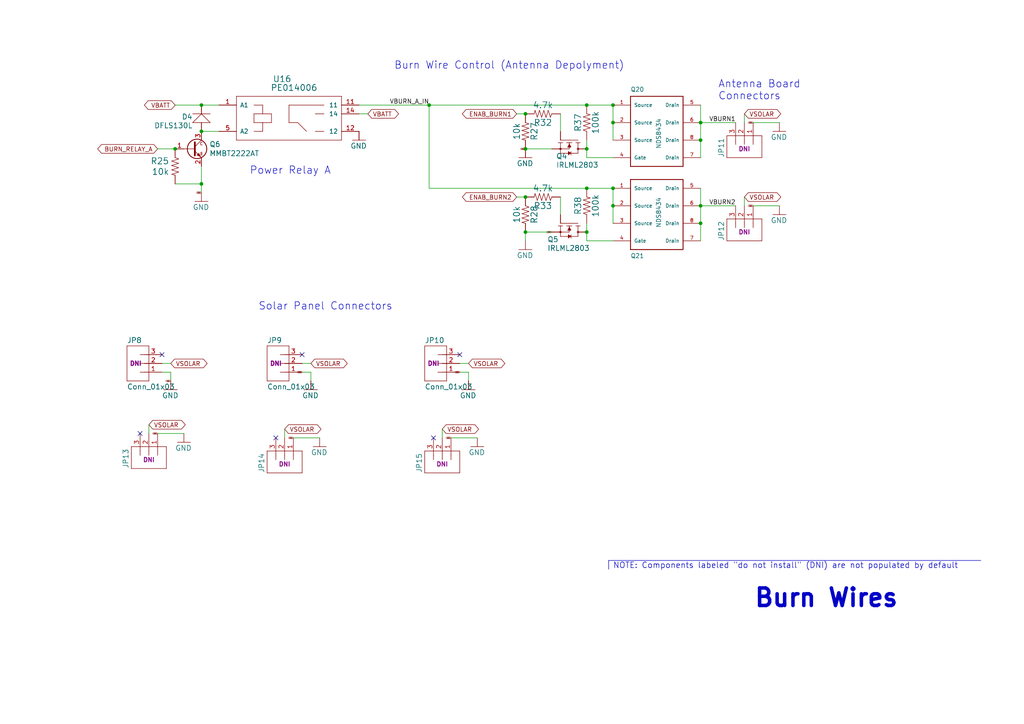
<source format=kicad_sch>
(kicad_sch (version 20230121) (generator eeschema)
  (paper "A4")
  (title_block (title "PyCubed Mainboard") (date "2021-06-09") (rev "v05c") (company "Max Holliday"))
  (lib_symbols
    (symbol "NDS8434_1" (pin_names (offset 1.016))
      (symbol "NDS8434_1_0_0"
        (polyline (pts (xy -7.62 -10.16) (xy -7.62 10.16)) (stroke (width 0.254)))
        (polyline (pts (xy -7.62 10.16) (xy 7.62 10.16)) (stroke (width 0.254)))
        (polyline (pts (xy 7.62 -10.16) (xy -7.62 -10.16)) (stroke (width 0.254)))
        (polyline (pts (xy 7.62 10.16) (xy 7.62 -10.16)) (stroke (width 0.254)))
        (pin bidirectional line (at -12.7 7.62 0) (length 5.08) (name "Source") (number "1"))
        (pin bidirectional line (at -12.7 2.54 0) (length 5.08) (name "Source") (number "2"))
        (pin bidirectional line (at -12.7 -2.54 0) (length 5.08) (name "Source") (number "3"))
        (pin bidirectional line (at -12.7 -7.62 0) (length 5.08) (name "Gate") (number "4"))
        (pin bidirectional line (at 12.7 7.62 180) (length 5.08) (name "Drain") (number "5"))
        (pin bidirectional line (at 12.7 2.54 180) (length 5.08) (name "Drain") (number "6"))
        (pin bidirectional line (at 12.7 -7.62 180) (length 5.08) (name "Drain") (number "7"))
        (pin bidirectional line (at 12.7 -2.54 180) (length 5.08) (name "Drain") (number "8"))
      )
    )
    (symbol "NDS8434_2" (pin_names (offset 1.016))
      (symbol "NDS8434_2_0_0"
        (polyline (pts (xy -7.62 -10.16) (xy -7.62 10.16)) (stroke (width 0.254)))
        (polyline (pts (xy -7.62 10.16) (xy 7.62 10.16)) (stroke (width 0.254)))
        (polyline (pts (xy 7.62 -10.16) (xy -7.62 -10.16)) (stroke (width 0.254)))
        (polyline (pts (xy 7.62 10.16) (xy 7.62 -10.16)) (stroke (width 0.254)))
        (pin bidirectional line (at -12.7 7.62 0) (length 5.08) (name "Source") (number "1"))
        (pin bidirectional line (at -12.7 2.54 0) (length 5.08) (name "Source") (number "2"))
        (pin bidirectional line (at -12.7 -2.54 0) (length 5.08) (name "Source") (number "3"))
        (pin bidirectional line (at -12.7 -7.62 0) (length 5.08) (name "Gate") (number "4"))
        (pin bidirectional line (at 12.7 7.62 180) (length 5.08) (name "Drain") (number "5"))
        (pin bidirectional line (at 12.7 2.54 180) (length 5.08) (name "Drain") (number "6"))
        (pin bidirectional line (at 12.7 -7.62 180) (length 5.08) (name "Drain") (number "7"))
        (pin bidirectional line (at 12.7 -2.54 180) (length 5.08) (name "Drain") (number "8"))
      )
    )
    (symbol "NDS8434_3" (pin_names (offset 1.016))
      (symbol "NDS8434_3_0_0"
        (polyline (pts (xy -7.62 -10.16) (xy -7.62 10.16)) (stroke (width 0.254)))
        (polyline (pts (xy -7.62 10.16) (xy 7.62 10.16)) (stroke (width 0.254)))
        (polyline (pts (xy 7.62 -10.16) (xy -7.62 -10.16)) (stroke (width 0.254)))
        (polyline (pts (xy 7.62 10.16) (xy 7.62 -10.16)) (stroke (width 0.254)))
        (pin bidirectional line (at -12.7 7.62 0) (length 5.08) (name "Source") (number "1"))
        (pin bidirectional line (at -12.7 2.54 0) (length 5.08) (name "Source") (number "2"))
        (pin bidirectional line (at -12.7 -2.54 0) (length 5.08) (name "Source") (number "3"))
        (pin bidirectional line (at -12.7 -7.62 0) (length 5.08) (name "Gate") (number "4"))
        (pin bidirectional line (at 12.7 7.62 180) (length 5.08) (name "Drain") (number "5"))
        (pin bidirectional line (at 12.7 2.54 180) (length 5.08) (name "Drain") (number "6"))
        (pin bidirectional line (at 12.7 -7.62 180) (length 5.08) (name "Drain") (number "7"))
        (pin bidirectional line (at 12.7 -2.54 180) (length 5.08) (name "Drain") (number "8"))
      )
    )
    (symbol "NDS8434_4" (pin_names (offset 1.016))
      (symbol "NDS8434_4_0_0"
        (polyline (pts (xy -7.62 -10.16) (xy -7.62 10.16)) (stroke (width 0.254)))
        (polyline (pts (xy -7.62 10.16) (xy 7.62 10.16)) (stroke (width 0.254)))
        (polyline (pts (xy 7.62 -10.16) (xy -7.62 -10.16)) (stroke (width 0.254)))
        (polyline (pts (xy 7.62 10.16) (xy 7.62 -10.16)) (stroke (width 0.254)))
        (pin bidirectional line (at -12.7 7.62 0) (length 5.08) (name "Source") (number "1"))
        (pin bidirectional line (at -12.7 2.54 0) (length 5.08) (name "Source") (number "2"))
        (pin bidirectional line (at -12.7 -2.54 0) (length 5.08) (name "Source") (number "3"))
        (pin bidirectional line (at -12.7 -7.62 0) (length 5.08) (name "Gate") (number "4"))
        (pin bidirectional line (at 12.7 7.62 180) (length 5.08) (name "Drain") (number "5"))
        (pin bidirectional line (at 12.7 2.54 180) (length 5.08) (name "Drain") (number "6"))
        (pin bidirectional line (at 12.7 -7.62 180) (length 5.08) (name "Drain") (number "7"))
        (pin bidirectional line (at 12.7 -2.54 180) (length 5.08) (name "Drain") (number "8"))
      )
    )
    (symbol "mainboard:DFLS130L" (pin_names (offset 1.016))
      (property "Reference" "D" (at 0 2.54 0))
      (property "Value" "DFLS130L" (at 0 -5.08 0))
      (symbol "DFLS130L_1_0"
        (polyline (pts (xy 0 -2.54) (xy 2.54 0)))
        (polyline (pts (xy 0 2.54) (xy 0 -2.54)))
        (polyline (pts (xy 2.54 0) (xy 0 2.54)))
        (polyline (pts (xy 2.54 2.54) (xy 2.54 -2.54)))
        (pin bidirectional line (at -2.54 0 0) (length 2.54) (name "A") (number "A"))
        (pin bidirectional line (at 5.08 0 180) (length 2.54) (name "C") (number "C"))
      )
    )
    (symbol "mainboard:GND" (power) (pin_names (offset 1.016))
      (property "Value" "GND" (at -2.54 -2.54 0))
      (symbol "GND_1_0"
        (polyline (pts (xy -1.905 0) (xy 1.905 0)))
        (pin power_in line (at 0 2.54 270) (length 2.54) (name "GND") (number "1"))
      )
    )
    (symbol "mainboard:IRLML2803TRPBF" (pin_names (offset 1.016))
      (property "Reference" "Q" (at -11.43 1.27 0))
      (property "Value" "IRLML2803TRPBF" (at -11.43 3.81 0))
      (symbol "IRLML2803TRPBF_1_0"
        (polyline (pts (xy 0 2.54) (xy 0 -2.54)))
        (polyline (pts (xy 0.762 -2.54) (xy 0.762 -3.175)))
        (polyline (pts (xy 0.762 -1.905) (xy 0.762 -2.54)))
        (polyline (pts (xy 0.762 0) (xy 0.762 -0.762)))
        (polyline (pts (xy 0.762 0) (xy 2.54 0)))
        (polyline (pts (xy 0.762 0.762) (xy 0.762 0)))
        (polyline (pts (xy 0.762 2.54) (xy 0.762 1.905)))
        (polyline (pts (xy 0.762 2.54) (xy 3.81 2.54)))
        (polyline (pts (xy 0.762 3.175) (xy 0.762 2.54)))
        (polyline (pts (xy 2.54 -2.54) (xy 0.762 -2.54)))
        (polyline (pts (xy 2.54 -2.54) (xy 3.81 -2.54)))
        (polyline (pts (xy 2.54 0) (xy 2.54 -2.54)))
        (polyline (pts (xy 3.302 0.508) (xy 3.81 0.508)))
        (polyline (pts (xy 3.81 -0.508) (xy 3.81 -2.54)))
        (polyline (pts (xy 3.81 0.508) (xy 3.81 -0.508)))
        (polyline (pts (xy 3.81 0.508) (xy 4.318 0.508)))
        (polyline (pts (xy 3.81 2.54) (xy 3.81 0.508)))
        (polyline (pts (xy 1.016 0) (xy 2.032 0.508) (xy 2.032 -0.508)) (fill (type outline)))
        (polyline (pts (xy 3.81 0.508) (xy 3.302 -0.254) (xy 4.318 -0.254)) (fill (type outline)))
        (circle (center 2.54 -2.54) (radius 0.254))
        (circle (center 2.54 2.54) (radius 0.254))
        (pin passive line (at -2.54 -2.54 0) (length 2.54) (name "G") (number "1"))
        (pin passive line (at 2.54 -5.08 90) (length 2.54) (name "S") (number "2"))
        (pin passive line (at 2.54 5.08 270) (length 2.54) (name "D") (number "3"))
      )
    )
    (symbol "mainboard:M03POLAR_LOCK" (pin_names (offset 1.016))
      (property "Reference" "JP" (at -2.54 5.842 0))
      (property "Value" "M03POLAR_LOCK" (at -2.54 -7.62 0))
      (symbol "M03POLAR_LOCK_1_0"
        (polyline (pts (xy -2.54 5.08) (xy -2.54 -5.08)))
        (polyline (pts (xy -2.54 5.08) (xy 3.81 5.08)))
        (polyline (pts (xy 1.27 -2.54) (xy 2.54 -2.54)))
        (polyline (pts (xy 1.27 0) (xy 2.54 0)))
        (polyline (pts (xy 1.27 2.54) (xy 2.54 2.54)))
        (polyline (pts (xy 3.81 -5.08) (xy -2.54 -5.08)))
        (polyline (pts (xy 3.81 -5.08) (xy 3.81 5.08)))
        (pin passive line (at 7.62 -2.54 180) (length 5.08) (name "1") (number "1"))
        (pin passive line (at 7.62 0 180) (length 5.08) (name "2") (number "2"))
        (pin passive line (at 7.62 2.54 180) (length 5.08) (name "3") (number "3"))
      )
    )
    (symbol "mainboard:MMBT2222AT" (pin_names (offset 1.016) hide)
      (property "Reference" "Q" (at -8.89 3.81 0))
      (property "Value" "MMBT2222AT" (at 2.54 -1.27 0))
      (symbol "MMBT2222AT_0_1"
        (polyline (pts (xy -5.08 0) (xy -1.905 0)))
        (polyline (pts (xy -0.127 -1.397) (xy 0.254 -1.397)))
        (polyline (pts (xy -0.127 -1.016) (xy 0.254 -1.016)))
        (polyline (pts (xy -0.127 -1.016) (xy -0.127 -1.778) (xy 0.254 -1.778)))
        (polyline (pts (xy 0.254 1.905) (xy -0.127 1.905) (xy -0.254 1.651) (xy -0.254 1.397) (xy -0.127 1.143) (xy 0.254 1.143)))
      )
      (symbol "MMBT2222AT_1_1"
        (circle (center -1.27 0) (radius 2.8194) (stroke (width 0.254)))
        (polyline (pts (xy -1.905 0.635) (xy 0 2.54)))
        (polyline (pts (xy -1.905 -0.635) (xy 0 -2.54) (xy 0 -2.54)))
        (polyline (pts (xy -1.905 1.905) (xy -1.905 -1.905) (xy -1.905 -1.905)) (stroke (width 0.508)))
        (polyline (pts (xy -1.27 -1.778) (xy -0.762 -1.27) (xy -0.254 -2.286) (xy -1.27 -1.778) (xy -1.27 -1.778)) (fill (type outline)))
        (pin input line (at -7.62 0 0) (length 2.54) (name "B") (number "1"))
        (pin passive line (at 0 -5.08 90) (length 2.54) (name "E") (number "2"))
        (pin passive line (at 0 5.08 270) (length 2.54) (name "C") (number "3"))
      )
    )
    (symbol "mainboard:PE014005" (pin_names (offset 1.016))
      (property "Reference" "U" (at -2.1844 9.1186 0))
      (property "Value" "PE014005" (at -2.8194 6.5786 0))
      (symbol "PE014005_1_0"
        (polyline (pts (xy -12.7 -7.62) (xy 17.78 -7.62)))
        (polyline (pts (xy -12.7 5.08) (xy -12.7 -7.62)))
        (polyline (pts (xy -7.62 -2.54) (xy -7.62 0)))
        (polyline (pts (xy -7.62 0) (xy -5.08 0)))
        (polyline (pts (xy -7.62 2.54) (xy -5.08 2.54)))
        (polyline (pts (xy -5.08 -5.08) (xy -7.62 -5.08)))
        (polyline (pts (xy -5.08 -2.54) (xy -7.62 -2.54)))
        (polyline (pts (xy -5.08 -2.54) (xy -5.08 -5.08)))
        (polyline (pts (xy -5.08 0) (xy -2.54 0)))
        (polyline (pts (xy -5.08 2.54) (xy -5.08 0)))
        (polyline (pts (xy -2.54 -2.54) (xy -5.08 -2.54)))
        (polyline (pts (xy -2.54 0) (xy -2.54 -2.54)))
        (polyline (pts (xy 2.54 -2.54) (xy 5.08 -2.54)))
        (polyline (pts (xy 2.54 2.54) (xy 2.54 -2.54)))
        (polyline (pts (xy 5.08 -2.54) (xy 7.62 -5.08)))
        (polyline (pts (xy 12.7 -5.08) (xy 10.16 -5.08)))
        (polyline (pts (xy 12.7 0) (xy 10.16 0)))
        (polyline (pts (xy 12.7 2.54) (xy 2.54 2.54)))
        (polyline (pts (xy 17.78 -7.62) (xy 17.78 5.08)))
        (polyline (pts (xy 17.78 5.08) (xy -12.7 5.08)))
        (pin passive line (at -17.78 2.54 0) (length 5.08) (name "A1") (number "1"))
        (pin passive line (at 22.86 2.54 180) (length 5.08) (name "11") (number "11"))
        (pin passive line (at 22.86 -5.08 180) (length 5.08) (name "12") (number "12"))
        (pin passive line (at 22.86 0 180) (length 5.08) (name "14") (number "14"))
        (pin passive line (at -17.78 -5.08 0) (length 5.08) (name "A2") (number "5"))
      )
    )
    (symbol "mainboard:RESISTOR0603" (pin_names (offset 1.016))
      (property "Reference" "R" (at 0 1.524 0))
      (property "Value" "RESISTOR0603" (at 0 -1.524 0))
      (symbol "RESISTOR0603_1_0"
        (polyline (pts (xy -2.54 0) (xy -2.159 1.016)))
        (polyline (pts (xy -2.159 1.016) (xy -1.524 -1.016)))
        (polyline (pts (xy -1.524 -1.016) (xy -0.889 1.016)))
        (polyline (pts (xy -0.889 1.016) (xy -0.254 -1.016)))
        (polyline (pts (xy -0.254 -1.016) (xy 0.381 1.016)))
        (polyline (pts (xy 0.381 1.016) (xy 1.016 -1.016)))
        (polyline (pts (xy 1.016 -1.016) (xy 1.651 1.016)))
        (polyline (pts (xy 1.651 1.016) (xy 2.286 -1.016)))
        (polyline (pts (xy 2.286 -1.016) (xy 2.54 0)))
        (pin passive line (at -5.08 0 0) (length 2.54) (name "1") (number "1"))
        (pin passive line (at 5.08 0 180) (length 2.54) (name "2") (number "2"))
      )
    )
  )
  (junction (at 177.8 30.48))
  (junction (at 170.18 54.61))
  (junction (at 58.42 30.48))
  (junction (at 152.4 57.15))
  (junction (at 170.18 30.48))
  (junction (at 152.4 43.18))
  (junction (at 58.42 38.1))
  (junction (at 58.42 53.34))
  (junction (at 177.8 59.69))
  (junction (at 124.46 30.48))
  (junction (at 203.2 35.56))
  (junction (at 170.18 67.31))
  (junction (at 203.2 64.77))
  (junction (at 152.4 67.31))
  (junction (at 203.2 59.69))
  (junction (at 170.18 43.18))
  (junction (at 177.8 54.61))
  (junction (at 177.8 35.56))
  (junction (at 203.2 40.64))
  (junction (at 50.8 43.18))
  (junction (at 152.4 33.02))
  (no_connect (at 80.01 127))
  (no_connect (at 87.63 102.87))
  (no_connect (at 125.73 127))
  (no_connect (at 40.64 125.73))
  (no_connect (at 133.35 102.87))
  (no_connect (at 46.99 102.87))
  (wire (pts (xy 133.35 107.95) (xy 135.89 107.95)))
  (wire (pts (xy 203.2 69.85) (xy 203.2 64.77)))
  (wire (pts (xy 58.42 30.48) (xy 50.8 30.48)))
  (wire (pts (xy 177.8 40.64) (xy 177.8 35.56)))
  (wire (pts (xy 46.99 105.41) (xy 49.53 105.41)))
  (wire (pts (xy 104.14 33.02) (xy 106.68 33.02)))
  (wire (pts (xy 170.18 69.85) (xy 170.18 67.31)))
  (polyline (pts (xy 176.53 165.1) (xy 176.53 162.56)))
  (wire (pts (xy 58.42 53.34) (xy 58.42 48.26)))
  (wire (pts (xy 135.89 105.41) (xy 133.35 105.41)))
  (wire (pts (xy 203.2 30.48) (xy 203.2 35.56)))
  (wire (pts (xy 170.18 54.61) (xy 124.46 54.61)))
  (wire (pts (xy 90.17 105.41) (xy 87.63 105.41)))
  (wire (pts (xy 203.2 35.56) (xy 213.36 35.56)))
  (wire (pts (xy 152.4 33.02) (xy 149.86 33.02)))
  (wire (pts (xy 43.18 123.19) (xy 43.18 125.73)))
  (wire (pts (xy 218.44 35.56) (xy 226.06 35.56)))
  (wire (pts (xy 203.2 40.64) (xy 203.2 45.72)))
  (wire (pts (xy 170.18 30.48) (xy 177.8 30.48)))
  (wire (pts (xy 85.09 127) (xy 92.71 127)))
  (wire (pts (xy 58.42 38.1) (xy 63.5 38.1)))
  (wire (pts (xy 50.8 53.34) (xy 58.42 53.34)))
  (wire (pts (xy 177.8 59.69) (xy 177.8 54.61)))
  (wire (pts (xy 135.89 107.95) (xy 135.89 110.49)))
  (wire (pts (xy 162.56 38.1) (xy 162.56 33.02)))
  (wire (pts (xy 45.72 125.73) (xy 53.34 125.73)))
  (wire (pts (xy 104.14 30.48) (xy 124.46 30.48)))
  (wire (pts (xy 160.02 67.31) (xy 152.4 67.31)))
  (wire (pts (xy 215.9 57.15) (xy 215.9 59.69)))
  (wire (pts (xy 215.9 35.56) (xy 215.9 33.02)))
  (wire (pts (xy 170.18 64.77) (xy 170.18 67.31)))
  (wire (pts (xy 63.5 30.48) (xy 58.42 30.48)))
  (wire (pts (xy 128.27 127) (xy 128.27 124.46)))
  (wire (pts (xy 90.17 107.95) (xy 90.17 110.49)))
  (wire (pts (xy 203.2 59.69) (xy 203.2 54.61)))
  (wire (pts (xy 177.8 69.85) (xy 170.18 69.85)))
  (wire (pts (xy 203.2 35.56) (xy 203.2 40.64)))
  (wire (pts (xy 170.18 30.48) (xy 124.46 30.48)))
  (wire (pts (xy 170.18 45.72) (xy 170.18 43.18)))
  (wire (pts (xy 124.46 30.48) (xy 124.46 54.61)))
  (wire (pts (xy 87.63 107.95) (xy 90.17 107.95)))
  (wire (pts (xy 58.42 55.88) (xy 58.42 53.34)))
  (wire (pts (xy 170.18 40.64) (xy 170.18 43.18)))
  (wire (pts (xy 177.8 35.56) (xy 177.8 30.48)))
  (wire (pts (xy 203.2 64.77) (xy 203.2 59.69)))
  (wire (pts (xy 152.4 57.15) (xy 149.86 57.15)))
  (wire (pts (xy 177.8 54.61) (xy 170.18 54.61)))
  (wire (pts (xy 152.4 67.31) (xy 152.4 69.85)))
  (wire (pts (xy 203.2 59.69) (xy 213.36 59.69)))
  (wire (pts (xy 152.4 43.18) (xy 160.02 43.18)))
  (wire (pts (xy 218.44 59.69) (xy 226.06 59.69)))
  (wire (pts (xy 45.72 43.18) (xy 50.8 43.18)))
  (wire (pts (xy 177.8 64.77) (xy 177.8 59.69)))
  (wire (pts (xy 162.56 62.23) (xy 162.56 57.15)))
  (wire (pts (xy 130.81 127) (xy 138.43 127)))
  (wire (pts (xy 82.55 127) (xy 82.55 124.46)))
  (wire (pts (xy 49.53 110.49) (xy 49.53 107.95)))
  (polyline (pts (xy 176.53 162.56) (xy 284.48 162.56)))
  (wire (pts (xy 177.8 45.72) (xy 170.18 45.72)))
  (wire (pts (xy 49.53 107.95) (xy 46.99 107.95)))
  (text "Antenna Board\nConnectors" (at 208.28 29.21 0) (effects (font (size 2.159 2.159)) (justify left bottom)))
  (text "Solar Panel Connectors" (at 74.93 90.17 0) (effects (font (size 2.159 2.159)) (justify left bottom)))
  (text "Burn Wires" (at 218.44 176.53 0) (effects (font (size 5.08 5.08) (thickness 1.016) bold) (justify left bottom)))
  (text "Power Relay A" (at 72.39 50.8 0) (effects (font (size 2.159 2.159)) (justify left bottom)))
  (text "NOTE: Components labeled \"do not install\" (DNI) are not populated by default" (at 177.8 165.1 0) (effects (font (size 1.651 1.651)) (justify left bottom)))
  (text "Burn Wire Control (Antenna Depolyment)" (at 114.3 20.32 0) (effects (font (size 2.159 2.159)) (justify left bottom)))
  (label "VBURN2" (at 213.36 59.69 180))
  (label "VBURN_A_IN" (at 124.46 30.48 180))
  (label "VBURN1" (at 213.36 35.56 180))
  (global_label "GND" (shape bidirectional) (at 49.53 110.49 180) (effects (font (size 0.254 0.254))) (property "Intersheetrefs" "${INTERSHEET_REFS}" (effects hide)))
  (global_label "GND" (shape bidirectional) (at 152.4 43.18 180) (effects (font (size 0.254 0.254))) (property "Intersheetrefs" "${INTERSHEET_REFS}" (effects hide)))
  (global_label "GND" (shape bidirectional) (at 160.02 67.31 180) (effects (font (size 0.254 0.254))) (property "Intersheetrefs" "${INTERSHEET_REFS}" (effects hide)))
  (global_label "ENAB_BURN2" (shape bidirectional) (at 149.86 57.15 180) (property "Intersheetrefs" "${INTERSHEET_REFS}" (effects hide)))
  (global_label "GND" (shape bidirectional) (at 218.44 35.56 180) (effects (font (size 0.254 0.254))) (property "Intersheetrefs" "${INTERSHEET_REFS}" (effects hide)))
  (global_label "VSOLAR" (shape bidirectional) (at 128.27 124.46 0) (property "Intersheetrefs" "${INTERSHEET_REFS}" (effects hide)))
  (global_label "GND" (shape bidirectional) (at 45.72 125.73 180) (effects (font (size 0.254 0.254))) (property "Intersheetrefs" "${INTERSHEET_REFS}" (effects hide)))
  (global_label "VSOLAR" (shape bidirectional) (at 90.17 105.41 0) (property "Intersheetrefs" "${INTERSHEET_REFS}" (effects hide)))
  (global_label "GND" (shape bidirectional) (at 133.35 107.95 180) (effects (font (size 0.254 0.254))) (property "Intersheetrefs" "${INTERSHEET_REFS}" (effects hide)))
  (global_label "GND" (shape bidirectional) (at 130.81 127 180) (effects (font (size 0.254 0.254))) (property "Intersheetrefs" "${INTERSHEET_REFS}" (effects hide)))
  (global_label "VBATT" (shape bidirectional) (at 106.68 33.02 0) (property "Intersheetrefs" "${INTERSHEET_REFS}" (effects hide)))
  (global_label "VSOLAR" (shape bidirectional) (at 215.9 57.15 0) (property "Intersheetrefs" "${INTERSHEET_REFS}" (effects hide)))
  (global_label "VSOLAR" (shape bidirectional) (at 82.55 124.46 0) (property "Intersheetrefs" "${INTERSHEET_REFS}" (effects hide)))
  (global_label "BURN_RELAY_A" (shape bidirectional) (at 45.72 43.18 180) (property "Intersheetrefs" "${INTERSHEET_REFS}" (effects hide)))
  (global_label "GND" (shape bidirectional) (at 87.63 107.95 180) (effects (font (size 0.254 0.254))) (property "Intersheetrefs" "${INTERSHEET_REFS}" (effects hide)))
  (global_label "GND" (shape bidirectional) (at 85.09 127 180) (effects (font (size 0.254 0.254))) (property "Intersheetrefs" "${INTERSHEET_REFS}" (effects hide)))
  (global_label "ENAB_BURN1" (shape bidirectional) (at 149.86 33.02 180) (property "Intersheetrefs" "${INTERSHEET_REFS}" (effects hide)))
  (global_label "VSOLAR" (shape bidirectional) (at 43.18 123.19 0) (property "Intersheetrefs" "${INTERSHEET_REFS}" (effects hide)))
  (global_label "GND" (shape bidirectional) (at 58.42 55.88 180) (effects (font (size 0.254 0.254))) (property "Intersheetrefs" "${INTERSHEET_REFS}" (effects hide)))
  (global_label "VBATT" (shape bidirectional) (at 50.8 30.48 180) (property "Intersheetrefs" "${INTERSHEET_REFS}" (effects hide)))
  (global_label "VSOLAR" (shape bidirectional) (at 49.53 105.41 0) (property "Intersheetrefs" "${INTERSHEET_REFS}" (effects hide)))
  (global_label "GND" (shape bidirectional) (at 218.44 59.69 180) (effects (font (size 0.254 0.254))) (property "Intersheetrefs" "${INTERSHEET_REFS}" (effects hide)))
  (global_label "VSOLAR" (shape bidirectional) (at 135.89 105.41 0) (property "Intersheetrefs" "${INTERSHEET_REFS}" (effects hide)))
  (global_label "VSOLAR" (shape bidirectional) (at 215.9 33.02 0) (property "Intersheetrefs" "${INTERSHEET_REFS}" (effects hide)))
  (symbol (lib_id "mainboard:GND") (at 226.06 62.23 0) (unit 1)
    (property "Reference" "#GND061" (effects hide))
    (property "Value" "GND" (at 223.52 64.77 0) (effects (font (size 1.4986 1.4986)) (justify left bottom)))
    (instances (project "mainboard" (path "" (reference "#GND061") (unit 1)) (path "" (reference "#GND?") (unit 1))))
  )
  (symbol (lib_id "mainboard:M03POLAR_LOCK") (at 215.9 67.31 90) (unit 1)
    (property "Reference" "JP12" (at 210.058 69.85 0) (effects (font (size 1.4986 1.4986)) (justify left bottom)))
    (property "Value" "Conn_01x03" (effects hide))
    (property "Footprint" "mainboard:MOLEX-1X3_LOCK" (effects hide))
    (property "Datasheet" "https://www.mouser.com/datasheet/2/276/022232037_sd-589157.pdf" (effects hide))
    (property "DNI" "DNI" (at 215.9 67.31 90) (effects (font bold)))
    (property "Description" "3-pin Vertical Header - 0.1in (2.54mm) Locking - Molex PN: 22-23-2037" (effects hide))
    (property "Flight" "22-23-2037" (effects hide))
    (property "Manufacturer_Name" "Molex" (effects hide))
    (property "Manufacturer_Part_Number" "22-23-2037" (effects hide))
    (property "Proto" "22-23-2037" (effects hide))
    (instances (project "mainboard" (path "" (reference "JP12") (unit 1)) (path "" (reference "JP?") (unit 1))))
  )
  (symbol (lib_id "mainboard:RESISTOR0603") (at 157.48 57.15 180) (unit 1)
    (property "Reference" "R33" (at 157.48 58.674 0) (effects (font (size 1.778 1.778)) (justify bottom)))
    (property "Value" "4.7k" (at 157.48 55.626 0) (effects (font (size 1.778 1.778)) (justify top)))
    (property "Footprint" "Resistor_SMD:R_0603_1608Metric" (effects hide))
    (property "Description" "4.7k 0603" (effects hide))
    (instances (project "mainboard" (path "" (reference "R33") (unit 1)) (path "" (reference "R?") (unit 1))))
  )
  (symbol (lib_id "mainboard:M03POLAR_LOCK") (at 80.01 105.41 0) (unit 1)
    (property "Reference" "JP9" (at 77.47 99.568 0) (effects (font (size 1.4986 1.4986)) (justify left bottom)))
    (property "Value" "Conn_01x03" (at 77.47 113.03 0) (effects (font (size 1.4986 1.4986)) (justify left bottom)))
    (property "Footprint" "mainboard:MOLEX-1X3_LOCK" (effects hide))
    (property "Datasheet" "https://www.mouser.com/datasheet/2/276/022232037_sd-589157.pdf" (effects hide))
    (property "DNI" "DNI" (at 80.01 105.41 0) (effects (font bold)))
    (property "Description" "3-pin Vertical Header - 0.1in (2.54mm) Locking - Molex PN: 22-23-2037" (effects hide))
    (property "Flight" "22-23-2037" (effects hide))
    (property "Manufacturer_Name" "Molex" (effects hide))
    (property "Manufacturer_Part_Number" "22-23-2037" (effects hide))
    (property "Proto" "22-23-2037" (effects hide))
    (instances (project "mainboard" (path "" (reference "JP9") (unit 1)) (path "" (reference "JP?") (unit 1))))
  )
  (symbol (lib_id "mainboard:DFLS130L") (at 58.42 35.56 90) (unit 1)
    (property "Reference" "D4" (at 55.88 33.02 90) (effects (font (size 1.4986 1.4986)) (justify left bottom)))
    (property "Value" "DFLS130L" (at 55.88 35.56 90) (effects (font (size 1.4986 1.4986)) (justify left bottom)))
    (property "Footprint" "mainboard:PWRDI-123" (effects hide))
    (property "Datasheet" "https://www.diodes.com/assets/Datasheets/ds30492.pdf" (effects hide))
    (property "Description" "Schottky Diode - 30V 1A" (effects hide))
    (property "Flight" "DFLS130L-7" (effects hide))
    (property "Manufacturer_Name" "Diodes Incorporated" (effects hide))
    (property "Manufacturer_Part_Number" "DFLS130L-7" (effects hide))
    (property "Proto" "DFLS130L" (effects hide))
    (instances (project "mainboard" (path "" (reference "D4") (unit 1)) (path "" (reference "D?") (unit 1))))
  )
  (symbol (lib_id "mainboard:GND") (at 90.17 113.03 0) (unit 1)
    (property "Reference" "#GND051" (effects hide))
    (property "Value" "GND" (at 87.63 115.57 0) (effects (font (size 1.4986 1.4986)) (justify left bottom)))
    (instances (project "mainboard" (path "" (reference "#GND051") (unit 1)) (path "" (reference "#GND?") (unit 1))))
  )
  (symbol (lib_id "mainboard:RESISTOR0603") (at 50.8 48.26 270) (unit 1)
    (property "Reference" "R25" (at 49.0982 46.7106 90) (effects (font (size 1.778 1.778)) (justify right)))
    (property "Value" "10k" (at 49.0982 49.784 90) (effects (font (size 1.778 1.778)) (justify right)))
    (property "Footprint" "Resistor_SMD:R_0603_1608Metric" (effects hide))
    (property "Description" "10k 0603" (effects hide))
    (instances (project "mainboard" (path "" (reference "R25") (unit 1)) (path "" (reference "R?") (unit 1))))
  )
  (symbol (lib_id "mainboard:M03POLAR_LOCK") (at 82.55 134.62 90) (unit 1)
    (property "Reference" "JP14" (at 76.708 137.16 0) (effects (font (size 1.4986 1.4986)) (justify left bottom)))
    (property "Value" "Conn_01x03" (effects hide))
    (property "Footprint" "mainboard:MOLEX-1X3_LOCK" (effects hide))
    (property "Datasheet" "https://www.mouser.com/datasheet/2/276/022232037_sd-589157.pdf" (effects hide))
    (property "DNI" "DNI" (at 82.55 134.62 90) (effects (font bold)))
    (property "Description" "3-pin Vertical Header - 0.1in (2.54mm) Locking - Molex PN: 22-23-2037" (effects hide))
    (property "Flight" "22-23-2037" (effects hide))
    (property "Manufacturer_Name" "Molex" (effects hide))
    (property "Manufacturer_Part_Number" "22-23-2037" (effects hide))
    (property "Proto" "22-23-2037" (effects hide))
    (instances (project "mainboard" (path "" (reference "JP14") (unit 1)) (path "" (reference "JP?") (unit 1))))
  )
  (symbol (lib_id "mainboard:GND") (at 49.53 113.03 0) (unit 1)
    (property "Reference" "#GND048" (effects hide))
    (property "Value" "GND" (at 46.99 115.57 0) (effects (font (size 1.4986 1.4986)) (justify left bottom)))
    (instances (project "mainboard" (path "" (reference "#GND048") (unit 1)) (path "" (reference "#GND?") (unit 1))))
  )
  (symbol (lib_id "mainboard:GND") (at 152.4 72.39 0) (unit 1)
    (property "Reference" "#GND056" (effects hide))
    (property "Value" "GND" (at 149.86 74.93 0) (effects (font (size 1.4986 1.4986)) (justify left bottom)))
    (instances (project "mainboard" (path "" (reference "#GND056") (unit 1)) (path "" (reference "#GND?") (unit 1))))
  )
  (symbol (lib_id "mainboard:GND") (at 138.43 129.54 0) (unit 1)
    (property "Reference" "#GND064" (effects hide))
    (property "Value" "GND" (at 135.89 132.08 0) (effects (font (size 1.4986 1.4986)) (justify left bottom)))
    (instances (project "mainboard" (path "" (reference "#GND064") (unit 1)) (path "" (reference "#GND?") (unit 1))))
  )
  (symbol (lib_id "mainboard:M03POLAR_LOCK") (at 125.73 105.41 0) (unit 1)
    (property "Reference" "JP10" (at 123.19 99.568 0) (effects (font (size 1.4986 1.4986)) (justify left bottom)))
    (property "Value" "Conn_01x03" (at 123.19 113.03 0) (effects (font (size 1.4986 1.4986)) (justify left bottom)))
    (property "Footprint" "mainboard:MOLEX-1X3_LOCK" (effects hide))
    (property "Datasheet" "https://www.mouser.com/datasheet/2/276/022232037_sd-589157.pdf" (effects hide))
    (property "DNI" "DNI" (at 125.73 105.41 0) (effects (font bold)))
    (property "Description" "3-pin Vertical Header - 0.1in (2.54mm) Locking - Molex PN: 22-23-2037" (effects hide))
    (property "Flight" "22-23-2037" (effects hide))
    (property "Manufacturer_Name" "Molex" (effects hide))
    (property "Manufacturer_Part_Number" "22-23-2037" (effects hide))
    (property "Proto" "22-23-2037" (effects hide))
    (instances (project "mainboard" (path "" (reference "JP10") (unit 1)) (path "" (reference "JP?") (unit 1))))
  )
  (symbol (lib_id "mainboard:RESISTOR0603") (at 152.4 62.23 270) (unit 1)
    (property "Reference" "R28" (at 153.924 62.23 0) (effects (font (size 1.778 1.778)) (justify bottom)))
    (property "Value" "10k" (at 150.876 62.23 0) (effects (font (size 1.778 1.778)) (justify top)))
    (property "Footprint" "Resistor_SMD:R_0603_1608Metric" (effects hide))
    (property "Description" "10k 0603" (effects hide))
    (instances (project "mainboard" (path "" (reference "R28") (unit 1)) (path "" (reference "R?") (unit 1))))
  )
  (symbol (lib_name "NDS8434_3") (lib_id "mainboard:NDS8434") (at 190.5 38.1 0) (unit 1)
    (property "Reference" "Q20" (at 182.88 26.67 0) (effects (justify left bottom)))
    (property "Value" "NDS8434" (at 191.77 43.18 90) (effects (justify left bottom)))
    (property "Footprint" "mainboard:NDS8434" (effects hide))
    (property "Datasheet" "https://www.onsemi.com/pdf/datasheet/nds8434-d.pdf" (effects hide))
    (property "Description" "P-Channel MOSFET" (effects hide))
    (property "Flight" "NDS8434" (effects hide))
    (property "Manufacturer_Name" "ON Semiconductor" (effects hide))
    (property "Manufacturer_Part_Number" "NDS8434" (effects hide))
    (property "Proto" "DMP2022LSS-13" (effects hide))
    (instances (project "mainboard" (path "" (reference "Q20") (unit 1)) (path "" (reference "U?") (unit 1))))
  )
  (symbol (lib_name "NDS8434_4") (lib_id "mainboard:NDS8434") (at 190.5 62.23 0) (unit 1)
    (property "Reference" "Q21" (at 182.88 74.93 0) (effects (justify left bottom)))
    (property "Value" "NDS8434" (at 191.77 66.04 90) (effects (justify left bottom)))
    (property "Footprint" "mainboard:NDS8434" (effects hide))
    (property "Datasheet" "https://www.onsemi.com/pdf/datasheet/nds8434-d.pdf" (effects hide))
    (property "Description" "P-Channel MOSFET" (effects hide))
    (property "Flight" "NDS8434" (effects hide))
    (property "Manufacturer_Name" "ON Semiconductor" (effects hide))
    (property "Manufacturer_Part_Number" "NDS8434" (effects hide))
    (property "Proto" "DMP2022LSS-13" (effects hide))
    (instances (project "mainboard" (path "" (reference "Q21") (unit 1)) (path "" (reference "U?") (unit 1))))
  )
  (symbol (lib_id "mainboard:MMBT2222AT") (at 58.42 43.18 0) (unit 1)
    (property "Reference" "Q6" (at 60.7314 41.8338 0) (effects (font (size 1.4986 1.4986)) (justify left)))
    (property "Value" "MMBT2222AT" (at 60.7314 44.5008 0) (effects (font (size 1.4986 1.4986)) (justify left)))
    (property "Footprint" "mainboard:SOT-23" (effects hide))
    (property "Datasheet" "https://www.onsemi.com/pdf/datasheet/mmbt2222att1-d.pdf" (effects hide))
    (property "Description" "Single NPN BJT" (effects hide))
    (property "Flight" "NSVMMBT2222ATT1G" (effects hide))
    (property "Manufacturer_Name" "ON Semiconductor" (effects hide))
    (property "Manufacturer_Part_Number" "MMBT2222ALT1G" (effects hide))
    (property "Proto" "MMBT2222ALT1G" (effects hide))
  )
  (symbol (lib_id "mainboard:RESISTOR0603") (at 152.4 38.1 270) (unit 1)
    (property "Reference" "R27" (at 153.924 38.1 0) (effects (font (size 1.778 1.778)) (justify bottom)))
    (property "Value" "10k" (at 150.876 38.1 0) (effects (font (size 1.778 1.778)) (justify top)))
    (property "Footprint" "Resistor_SMD:R_0603_1608Metric" (effects hide))
    (property "Description" "10k 0603" (effects hide))
    (instances (project "mainboard" (path "" (reference "R27") (unit 1)) (path "" (reference "R?") (unit 1))))
  )
  (symbol (lib_id "mainboard:GND") (at 135.89 113.03 0) (unit 1)
    (property "Reference" "#GND054" (effects hide))
    (property "Value" "GND" (at 133.35 115.57 0) (effects (font (size 1.4986 1.4986)) (justify left bottom)))
    (instances (project "mainboard" (path "" (reference "#GND054") (unit 1)) (path "" (reference "#GND?") (unit 1))))
  )
  (symbol (lib_id "mainboard:IRLML2803TRPBF") (at 165.1 64.77 270) (unit 1)
    (property "Reference" "Q5" (at 158.75 68.58 90) (effects (font (size 1.4986 1.4986)) (justify left top)))
    (property "Value" "IRLML2803" (at 158.75 71.12 90) (effects (font (size 1.4986 1.4986)) (justify left top)))
    (property "Footprint" "mainboard:SOT-23" (effects hide))
    (property "Datasheet" "https://www.onsemi.com/pdf/datasheet/mmbt2222att1-d.pdf" (effects hide))
    (property "Description" "Single N-Channel MOSFET" (effects hide))
    (property "Flight" "MMBT2222AT " (effects hide))
    (property "Manufacturer_Name" "ON Semiconductor" (effects hide))
    (property "Manufacturer_Part_Number" "MMBT2222AT " (effects hide))
    (property "Proto" "2302" (effects hide))
    (instances (project "mainboard" (path "" (reference "Q5") (unit 1)) (path "" (reference "Q?") (unit 1))))
  )
  (symbol (lib_id "mainboard:RESISTOR0603") (at 157.48 33.02 180) (unit 1)
    (property "Reference" "R32" (at 157.48 34.544 0) (effects (font (size 1.778 1.778)) (justify bottom)))
    (property "Value" "4.7k" (at 157.48 31.496 0) (effects (font (size 1.778 1.778)) (justify top)))
    (property "Footprint" "Resistor_SMD:R_0603_1608Metric" (effects hide))
    (property "Description" "4.7k 0603" (effects hide))
    (instances (project "mainboard" (path "" (reference "R32") (unit 1)) (path "" (reference "R?") (unit 1))))
  )
  (symbol (lib_id "mainboard:RESISTOR0603") (at 170.18 35.56 90) (unit 1)
    (property "Reference" "R37" (at 168.656 35.56 0) (effects (font (size 1.778 1.778)) (justify bottom)))
    (property "Value" "100k" (at 171.704 35.56 0) (effects (font (size 1.778 1.778)) (justify top)))
    (property "Footprint" "Resistor_SMD:R_0603_1608Metric" (effects hide))
    (property "Description" "100K 0603" (effects hide))
    (instances (project "mainboard" (path "" (reference "R37") (unit 1)) (path "" (reference "R?") (unit 1))))
  )
  (symbol (lib_id "mainboard:M03POLAR_LOCK") (at 215.9 43.18 90) (unit 1)
    (property "Reference" "JP11" (at 210.058 45.72 0) (effects (font (size 1.4986 1.4986)) (justify left bottom)))
    (property "Value" "Conn_01x03" (effects hide))
    (property "Footprint" "mainboard:MOLEX-1X3_LOCK" (effects hide))
    (property "Datasheet" "https://www.mouser.com/datasheet/2/276/022232037_sd-589157.pdf" (effects hide))
    (property "DNI" "DNI" (at 215.9 43.18 90) (effects (font bold)))
    (property "Description" "3-pin Vertical Header - 0.1in (2.54mm) Locking - Molex PN: 22-23-2037" (effects hide))
    (property "Flight" "22-23-2037" (effects hide))
    (property "Manufacturer_Name" "Molex" (effects hide))
    (property "Manufacturer_Part_Number" "22-23-2037" (effects hide))
    (property "Proto" "22-23-2037" (effects hide))
    (instances (project "mainboard" (path "" (reference "JP11") (unit 1)) (path "" (reference "JP?") (unit 1))))
  )
  (symbol (lib_id "mainboard:GND") (at 92.71 129.54 0) (unit 1)
    (property "Reference" "#GND063" (effects hide))
    (property "Value" "GND" (at 90.17 132.08 0) (effects (font (size 1.4986 1.4986)) (justify left bottom)))
    (instances (project "mainboard" (path "" (reference "#GND063") (unit 1)) (path "" (reference "#GND?") (unit 1))))
  )
  (symbol (lib_id "mainboard:RESISTOR0603") (at 170.18 59.69 90) (unit 1)
    (property "Reference" "R38" (at 168.656 59.69 0) (effects (font (size 1.778 1.778)) (justify bottom)))
    (property "Value" "100k" (at 171.704 59.69 0) (effects (font (size 1.778 1.778)) (justify top)))
    (property "Footprint" "Resistor_SMD:R_0603_1608Metric" (effects hide))
    (property "Description" "100K 0603" (effects hide))
    (instances (project "mainboard" (path "" (reference "R38") (unit 1)) (path "" (reference "R?") (unit 1))))
  )
  (symbol (lib_id "mainboard:M03POLAR_LOCK") (at 128.27 134.62 90) (unit 1)
    (property "Reference" "JP15" (at 122.428 137.16 0) (effects (font (size 1.4986 1.4986)) (justify left bottom)))
    (property "Value" "Conn_01x03" (effects hide))
    (property "Footprint" "mainboard:MOLEX-1X3_LOCK" (effects hide))
    (property "Datasheet" "https://www.mouser.com/datasheet/2/276/022232037_sd-589157.pdf" (effects hide))
    (property "DNI" "DNI" (at 128.27 134.62 90) (effects (font bold)))
    (property "Description" "3-pin Vertical Header - 0.1in (2.54mm) Locking - Molex PN: 22-23-2037" (effects hide))
    (property "Flight" "22-23-2037" (effects hide))
    (property "Manufacturer_Name" "Molex" (effects hide))
    (property "Manufacturer_Part_Number" "22-23-2037" (effects hide))
    (property "Proto" "22-23-2037" (effects hide))
    (instances (project "mainboard" (path "" (reference "JP15") (unit 1)) (path "" (reference "JP?") (unit 1))))
  )
  (symbol (lib_id "mainboard:M03POLAR_LOCK") (at 43.18 133.35 90) (unit 1)
    (property "Reference" "JP13" (at 37.338 135.89 0) (effects (font (size 1.4986 1.4986)) (justify left bottom)))
    (property "Value" "Conn_01x03" (effects hide))
    (property "Footprint" "mainboard:MOLEX-1X3_LOCK" (effects hide))
    (property "Datasheet" "https://www.mouser.com/datasheet/2/276/022232037_sd-589157.pdf" (effects hide))
    (property "DNI" "DNI" (at 43.18 133.35 90) (effects (font bold)))
    (property "Description" "3-pin Vertical Header - 0.1in (2.54mm) Locking - Molex PN: 22-23-2037" (effects hide))
    (property "Flight" "22-23-2037" (effects hide))
    (property "Manufacturer_Name" "Molex" (effects hide))
    (property "Manufacturer_Part_Number" "22-23-2037" (effects hide))
    (property "Proto" "22-23-2037" (effects hide))
    (instances (project "mainboard" (path "" (reference "JP13") (unit 1)) (path "" (reference "JP?") (unit 1))))
  )
  (symbol (lib_id "mainboard:GND") (at 53.34 128.27 0) (unit 1)
    (property "Reference" "#GND062" (effects hide))
    (property "Value" "GND" (at 50.8 130.81 0) (effects (font (size 1.4986 1.4986)) (justify left bottom)))
    (instances (project "mainboard" (path "" (reference "#GND062") (unit 1)) (path "" (reference "#GND?") (unit 1))))
  )
  (symbol (lib_id "mainboard:GND") (at 104.14 40.64 0) (unit 1)
    (property "Reference" "#GND052" (effects hide))
    (property "Value" "GND" (at 101.6 43.18 0) (effects (font (size 1.4986 1.4986)) (justify left bottom)))
    (instances (project "mainboard" (path "" (reference "#GND052") (unit 1)) (path "" (reference "#GND?") (unit 1))))
  )
  (symbol (lib_id "mainboard:PE014005") (at 81.28 33.02 0) (unit 1)
    (property "Reference" "U16" (at 79.0956 23.9014 0) (effects (font (size 1.7526 1.7526)) (justify left bottom)))
    (property "Value" "PE014006" (at 78.4606 26.4414 0) (effects (font (size 1.7526 1.7526)) (justify left bottom)))
    (property "Footprint" "mainboard:RELAY_PE014006" (effects hide))
    (property "Datasheet" "https://www.te.com/usa-en/product-PE014006.html" (effects hide))
    (property "Description" "5A 6V SPDT General Purpose Relay" (effects hide))
    (property "Flight" "PE014006 TE" (effects hide))
    (property "Manufacturer_Name" "TE Connectivity" (effects hide))
    (property "Manufacturer_Part_Number" "PE014006 TE" (effects hide))
    (property "Proto" "TE Connectivity" (effects hide))
    (instances (project "mainboard" (path "" (reference "U16") (unit 1)) (path "" (reference "U?") (unit 1))))
  )
  (symbol (lib_id "mainboard:IRLML2803TRPBF") (at 165.1 40.64 270) (unit 1)
    (property "Reference" "Q4" (at 161.29 44.45 90) (effects (font (size 1.4986 1.4986)) (justify left top)))
    (property "Value" "IRLML2803" (at 161.29 46.99 90) (effects (font (size 1.4986 1.4986)) (justify left top)))
    (property "Footprint" "mainboard:SOT-23" (effects hide))
    (property "Datasheet" "https://www.infineon.com/dgdl/irlml2803pbf.pdf?fileId=5546d462533600a4015356682aff260f" (effects hide))
    (property "Description" "Single N-Channel MOSFET" (effects hide))
    (property "Flight" "IRLML2803" (effects hide))
    (property "Manufacturer_Name" "Infineon Technologies" (effects hide))
    (property "Manufacturer_Part_Number" "IRLML2803TRPbF" (effects hide))
    (property "Proto" "2302" (effects hide))
    (instances (project "mainboard" (path "" (reference "Q4") (unit 1)) (path "" (reference "Q?") (unit 1))))
  )
  (symbol (lib_id "mainboard:GND") (at 152.4 45.72 0) (unit 1)
    (property "Reference" "#GND055" (effects hide))
    (property "Value" "GND" (at 149.86 48.26 0) (effects (font (size 1.4986 1.4986)) (justify left bottom)))
    (instances (project "mainboard" (path "" (reference "#GND055") (unit 1)) (path "" (reference "#GND?") (unit 1))))
  )
  (symbol (lib_id "mainboard:GND") (at 226.06 38.1 0) (unit 1)
    (property "Reference" "#GND060" (effects hide))
    (property "Value" "GND" (at 223.52 40.64 0) (effects (font (size 1.4986 1.4986)) (justify left bottom)))
    (instances (project "mainboard" (path "" (reference "#GND060") (unit 1)) (path "" (reference "#GND?") (unit 1))))
  )
  (symbol (lib_id "mainboard:GND") (at 58.42 58.42 0) (unit 1)
    (property "Reference" "#GND049" (effects hide))
    (property "Value" "GND" (at 55.88 60.96 0) (effects (font (size 1.4986 1.4986)) (justify left bottom)))
    (instances (project "mainboard" (path "" (reference "#GND049") (unit 1)) (path "" (reference "#GND?") (unit 1))))
  )
  (symbol (lib_id "mainboard:M03POLAR_LOCK") (at 39.37 105.41 0) (unit 1)
    (property "Reference" "JP8" (at 36.83 99.568 0) (effects (font (size 1.4986 1.4986)) (justify left bottom)))
    (property "Value" "Conn_01x03" (at 36.83 113.03 0) (effects (font (size 1.4986 1.4986)) (justify left bottom)))
    (property "Footprint" "mainboard:MOLEX-1X3_LOCK" (effects hide))
    (property "Datasheet" "https://www.mouser.com/datasheet/2/276/022232037_sd-589157.pdf" (effects hide))
    (property "DNI" "DNI" (at 39.37 105.41 0) (effects (font bold)))
    (property "Description" "3-pin Vertical Header - 0.1in (2.54mm) Locking - Molex PN: 22-23-2037" (effects hide))
    (property "Flight" "22-23-2037" (effects hide))
    (property "Manufacturer_Name" "Molex" (effects hide))
    (property "Manufacturer_Part_Number" "22-23-2037" (effects hide))
    (property "Proto" "22-23-2037" (effects hide))
    (instances (project "mainboard" (path "" (reference "JP8") (unit 1)) (path "" (reference "JP?") (unit 1))))
  )
)
</source>
